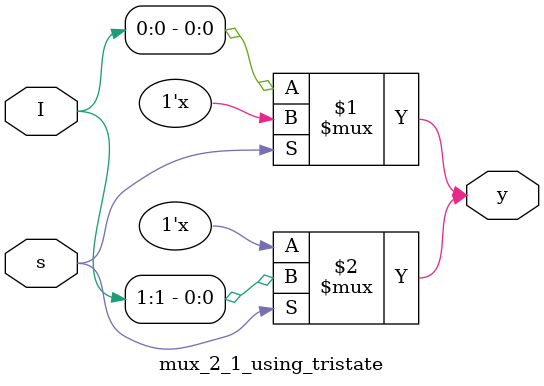
<source format=v>
module mux_2_1_using_tristate(I,s,y);
  input [1:0] I;
  input s;
  output y;
  
  bufif0 b1 (y,I[0],s);
  bufif1 b2 (y,I[1],s);
  
endmodule

</source>
